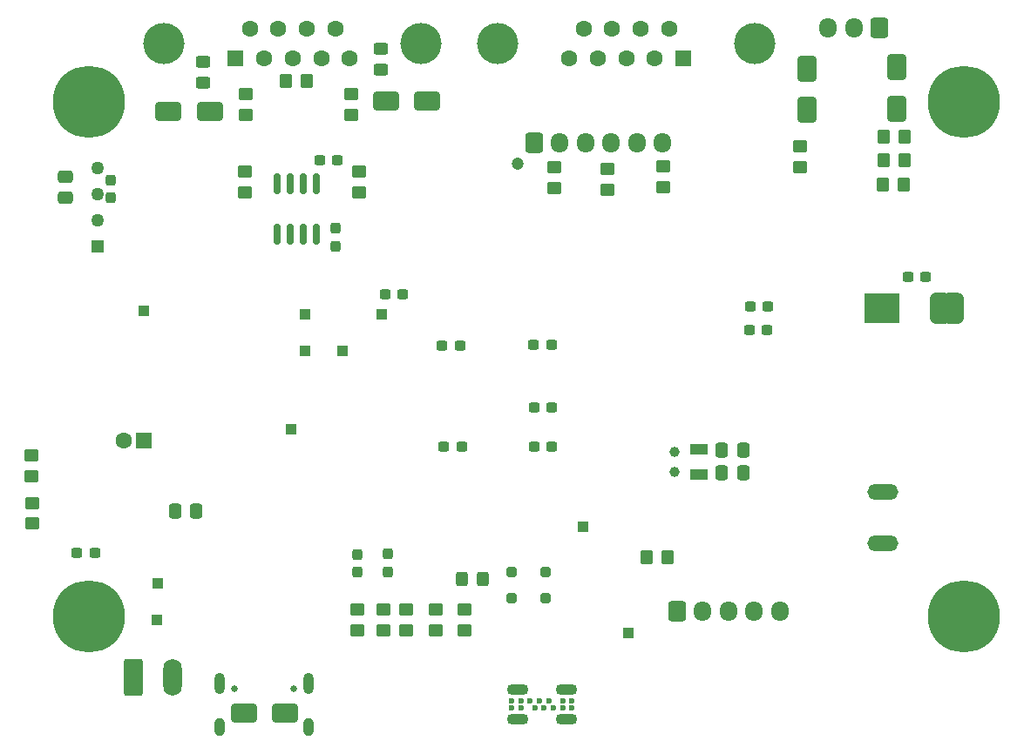
<source format=gbr>
%TF.GenerationSoftware,KiCad,Pcbnew,(7.0.0)*%
%TF.CreationDate,2025-01-08T17:10:47+03:30*%
%TF.ProjectId,logger,6c6f6767-6572-42e6-9b69-6361645f7063,rev?*%
%TF.SameCoordinates,Original*%
%TF.FileFunction,Soldermask,Bot*%
%TF.FilePolarity,Negative*%
%FSLAX46Y46*%
G04 Gerber Fmt 4.6, Leading zero omitted, Abs format (unit mm)*
G04 Created by KiCad (PCBNEW (7.0.0)) date 2025-01-08 17:10:47*
%MOMM*%
%LPD*%
G01*
G04 APERTURE LIST*
G04 Aperture macros list*
%AMRoundRect*
0 Rectangle with rounded corners*
0 $1 Rounding radius*
0 $2 $3 $4 $5 $6 $7 $8 $9 X,Y pos of 4 corners*
0 Add a 4 corners polygon primitive as box body*
4,1,4,$2,$3,$4,$5,$6,$7,$8,$9,$2,$3,0*
0 Add four circle primitives for the rounded corners*
1,1,$1+$1,$2,$3*
1,1,$1+$1,$4,$5*
1,1,$1+$1,$6,$7*
1,1,$1+$1,$8,$9*
0 Add four rect primitives between the rounded corners*
20,1,$1+$1,$2,$3,$4,$5,0*
20,1,$1+$1,$4,$5,$6,$7,0*
20,1,$1+$1,$6,$7,$8,$9,0*
20,1,$1+$1,$8,$9,$2,$3,0*%
G04 Aperture macros list end*
%ADD10R,2.000000X3.000000*%
%ADD11RoundRect,0.500000X-0.500000X-1.000000X0.500000X-1.000000X0.500000X1.000000X-0.500000X1.000000X0*%
%ADD12R,1.600000X1.600000*%
%ADD13C,1.600000*%
%ADD14R,1.000000X1.000000*%
%ADD15C,0.800000*%
%ADD16C,7.000000*%
%ADD17C,0.650000*%
%ADD18O,1.000000X2.100000*%
%ADD19O,1.000000X1.800000*%
%ADD20C,0.600000*%
%ADD21O,2.100000X1.100000*%
%ADD22R,1.270000X1.270000*%
%ADD23C,1.270000*%
%ADD24C,1.200000*%
%ADD25RoundRect,0.250000X-0.600000X-0.725000X0.600000X-0.725000X0.600000X0.725000X-0.600000X0.725000X0*%
%ADD26O,1.700000X1.950000*%
%ADD27C,1.000000*%
%ADD28C,4.000000*%
%ADD29RoundRect,0.250000X-0.650000X-1.550000X0.650000X-1.550000X0.650000X1.550000X-0.650000X1.550000X0*%
%ADD30O,1.800000X3.600000*%
%ADD31RoundRect,0.250000X0.600000X0.725000X-0.600000X0.725000X-0.600000X-0.725000X0.600000X-0.725000X0*%
%ADD32O,3.000000X1.524000*%
%ADD33RoundRect,0.250000X0.450000X-0.350000X0.450000X0.350000X-0.450000X0.350000X-0.450000X-0.350000X0*%
%ADD34RoundRect,0.250000X0.325000X0.450000X-0.325000X0.450000X-0.325000X-0.450000X0.325000X-0.450000X0*%
%ADD35RoundRect,0.237500X-0.300000X-0.237500X0.300000X-0.237500X0.300000X0.237500X-0.300000X0.237500X0*%
%ADD36RoundRect,0.237500X0.300000X0.237500X-0.300000X0.237500X-0.300000X-0.237500X0.300000X-0.237500X0*%
%ADD37RoundRect,0.250000X0.350000X0.450000X-0.350000X0.450000X-0.350000X-0.450000X0.350000X-0.450000X0*%
%ADD38RoundRect,0.250000X-0.337500X-0.475000X0.337500X-0.475000X0.337500X0.475000X-0.337500X0.475000X0*%
%ADD39RoundRect,0.250000X0.250000X-0.250000X0.250000X0.250000X-0.250000X0.250000X-0.250000X-0.250000X0*%
%ADD40RoundRect,0.237500X-0.237500X0.300000X-0.237500X-0.300000X0.237500X-0.300000X0.237500X0.300000X0*%
%ADD41RoundRect,0.250000X-1.000000X-0.650000X1.000000X-0.650000X1.000000X0.650000X-1.000000X0.650000X0*%
%ADD42RoundRect,0.250000X0.650000X-1.000000X0.650000X1.000000X-0.650000X1.000000X-0.650000X-1.000000X0*%
%ADD43RoundRect,0.250000X-0.450000X0.350000X-0.450000X-0.350000X0.450000X-0.350000X0.450000X0.350000X0*%
%ADD44RoundRect,0.250000X-0.475000X0.337500X-0.475000X-0.337500X0.475000X-0.337500X0.475000X0.337500X0*%
%ADD45RoundRect,0.150000X0.150000X-0.825000X0.150000X0.825000X-0.150000X0.825000X-0.150000X-0.825000X0*%
%ADD46RoundRect,0.250000X1.000000X0.650000X-1.000000X0.650000X-1.000000X-0.650000X1.000000X-0.650000X0*%
%ADD47R,1.800000X1.000000*%
%ADD48RoundRect,0.250000X0.450000X-0.325000X0.450000X0.325000X-0.450000X0.325000X-0.450000X-0.325000X0*%
%ADD49RoundRect,0.250000X0.337500X0.475000X-0.337500X0.475000X-0.337500X-0.475000X0.337500X-0.475000X0*%
G04 APERTURE END LIST*
D10*
%TO.C,C48*%
X259124999Y-76514999D03*
X260434999Y-76514999D03*
D11*
X265435000Y-76515000D03*
X266745000Y-76515000D03*
%TD*%
D12*
%TO.C,C41*%
X188099999Y-89324999D03*
D13*
X186100000Y-89325000D03*
%TD*%
D14*
%TO.C,TP2*%
X202374999Y-88274999D03*
%TD*%
D15*
%TO.C,H1*%
X265115000Y-56440000D03*
X265883845Y-54583845D03*
X265883845Y-58296155D03*
X267740000Y-53815000D03*
D16*
X267740000Y-56440000D03*
D15*
X267740000Y-59065000D03*
X269596155Y-54583845D03*
X269596155Y-58296155D03*
X270365000Y-56440000D03*
%TD*%
%TO.C,H2*%
X265115000Y-106440000D03*
X265883845Y-104583845D03*
X265883845Y-108296155D03*
X267740000Y-103815000D03*
D16*
X267740000Y-106440000D03*
D15*
X267740000Y-109065000D03*
X269596155Y-104583845D03*
X269596155Y-108296155D03*
X270365000Y-106440000D03*
%TD*%
D17*
%TO.C,J6*%
X196890000Y-113510000D03*
X202670000Y-113510000D03*
D18*
X195459999Y-112989999D03*
D19*
X195459999Y-117189999D03*
D18*
X204099999Y-112989999D03*
D19*
X204099999Y-117189999D03*
%TD*%
D15*
%TO.C,H4*%
X180115000Y-106440000D03*
X180883845Y-104583845D03*
X180883845Y-108296155D03*
X182740000Y-103815000D03*
D16*
X182740000Y-106440000D03*
D15*
X182740000Y-109065000D03*
X184596155Y-104583845D03*
X184596155Y-108296155D03*
X185365000Y-106440000D03*
%TD*%
D20*
%TO.C,J9*%
X223810000Y-114633814D03*
X224710000Y-114633814D03*
X225610000Y-114633814D03*
X226510000Y-114633814D03*
X227410000Y-114633814D03*
X228760000Y-114633814D03*
X229660000Y-114633814D03*
X229660000Y-115386186D03*
X228760000Y-115386186D03*
X227860000Y-115386186D03*
X226960000Y-115386186D03*
X226060000Y-115386186D03*
X224710000Y-115386186D03*
X223810000Y-115386186D03*
D21*
X229159999Y-116439999D03*
X229159999Y-113579999D03*
X224359999Y-116439999D03*
X224359999Y-113579999D03*
%TD*%
D22*
%TO.C,U9*%
X183604999Y-70504999D03*
D23*
X183605000Y-67965000D03*
X183605000Y-65425000D03*
X183605000Y-62885000D03*
%TD*%
D24*
%TO.C,J10*%
X224375000Y-62425000D03*
D25*
X225975000Y-60425000D03*
D26*
X228474999Y-60424999D03*
X230974999Y-60424999D03*
X233474999Y-60424999D03*
X235974999Y-60424999D03*
X238474999Y-60424999D03*
%TD*%
D27*
%TO.C,J7*%
X239620000Y-92375000D03*
X239620000Y-90475000D03*
%TD*%
D15*
%TO.C,H3*%
X180115000Y-56440000D03*
X180883845Y-54583845D03*
X180883845Y-58296155D03*
X182740000Y-53815000D03*
D16*
X182740000Y-56440000D03*
D15*
X182740000Y-59065000D03*
X184596155Y-54583845D03*
X184596155Y-58296155D03*
X185365000Y-56440000D03*
%TD*%
D14*
%TO.C,TP1*%
X188074999Y-76774999D03*
%TD*%
D28*
%TO.C,U7*%
X247460000Y-50760331D03*
X222460000Y-50760331D03*
D12*
X240499999Y-52180330D03*
D13*
X237730000Y-52180331D03*
X234960000Y-52180331D03*
X232190000Y-52180331D03*
X229420000Y-52180331D03*
X239115000Y-49340331D03*
X236345000Y-49340331D03*
X233575000Y-49340331D03*
X230805000Y-49340331D03*
%TD*%
D14*
%TO.C,TP4*%
X211174999Y-77074999D03*
%TD*%
%TO.C,TP7*%
X203774999Y-80674999D03*
%TD*%
%TO.C,TP5*%
X207374999Y-80674999D03*
%TD*%
%TO.C,TP6*%
X230734999Y-97704999D03*
%TD*%
D29*
%TO.C,J2*%
X187075000Y-112417500D03*
D30*
X190884999Y-112417499D03*
%TD*%
D14*
%TO.C,TP8*%
X235174999Y-108074999D03*
%TD*%
D31*
%TO.C,J11*%
X259575000Y-49200000D03*
D26*
X257074999Y-49199999D03*
X254574999Y-49199999D03*
%TD*%
D25*
%TO.C,J12*%
X239855000Y-105945000D03*
D26*
X242354999Y-105944999D03*
X244854999Y-105944999D03*
X247354999Y-105944999D03*
X249854999Y-105944999D03*
%TD*%
D28*
%TO.C,J8*%
X215040000Y-50760331D03*
X190040000Y-50760331D03*
D12*
X196999999Y-52180330D03*
D13*
X199770000Y-52180331D03*
X202540000Y-52180331D03*
X205310000Y-52180331D03*
X208080000Y-52180331D03*
X198385000Y-49340331D03*
X201155000Y-49340331D03*
X203925000Y-49340331D03*
X206695000Y-49340331D03*
%TD*%
D14*
%TO.C,TP3*%
X203774999Y-77074999D03*
%TD*%
%TO.C,TP10*%
X189374999Y-106774999D03*
%TD*%
%TO.C,TP9*%
X189444999Y-103204999D03*
%TD*%
D32*
%TO.C,C16*%
X259854999Y-94324999D03*
X259854999Y-99324999D03*
%TD*%
D33*
%TO.C,R19*%
X251850000Y-62750000D03*
X251850000Y-60750000D03*
%TD*%
D34*
%TO.C,C30*%
X221025000Y-102825000D03*
X218975000Y-102825000D03*
%TD*%
D35*
%TO.C,C2*%
X217062500Y-80125000D03*
X218787500Y-80125000D03*
%TD*%
D36*
%TO.C,C47*%
X206897500Y-62095000D03*
X205172500Y-62095000D03*
%TD*%
D33*
%TO.C,R45*%
X211325000Y-107775000D03*
X211325000Y-105775000D03*
%TD*%
D37*
%TO.C,R24*%
X261975000Y-62095000D03*
X259975000Y-62095000D03*
%TD*%
D33*
%TO.C,R39*%
X208850000Y-107775000D03*
X208850000Y-105775000D03*
%TD*%
D36*
%TO.C,C35*%
X213212500Y-75125000D03*
X211487500Y-75125000D03*
%TD*%
D38*
%TO.C,C19*%
X244232500Y-92450000D03*
X246307500Y-92450000D03*
%TD*%
D36*
%TO.C,C4*%
X227662500Y-80075000D03*
X225937500Y-80075000D03*
%TD*%
%TO.C,C3*%
X227737500Y-89950000D03*
X226012500Y-89950000D03*
%TD*%
D33*
%TO.C,R10*%
X197975000Y-57700000D03*
X197975000Y-55700000D03*
%TD*%
D39*
%TO.C,D16*%
X223835000Y-104665000D03*
X223835000Y-102165000D03*
%TD*%
D40*
%TO.C,C46*%
X206725000Y-68712500D03*
X206725000Y-70437500D03*
%TD*%
D41*
%TO.C,D6*%
X190475000Y-57325000D03*
X194475000Y-57325000D03*
%TD*%
D33*
%TO.C,R36*%
X227925000Y-64775000D03*
X227925000Y-62775000D03*
%TD*%
%TO.C,R41*%
X216406250Y-107775000D03*
X216406250Y-105775000D03*
%TD*%
D37*
%TO.C,R4*%
X238935000Y-100665000D03*
X236935000Y-100665000D03*
%TD*%
D33*
%TO.C,R15*%
X197895000Y-65235000D03*
X197895000Y-63235000D03*
%TD*%
D42*
%TO.C,D10*%
X261200000Y-57075000D03*
X261200000Y-53075000D03*
%TD*%
D43*
%TO.C,R46*%
X233125000Y-62975000D03*
X233125000Y-64975000D03*
%TD*%
D44*
%TO.C,C40*%
X180425000Y-63662500D03*
X180425000Y-65737500D03*
%TD*%
D33*
%TO.C,R42*%
X213562500Y-107775000D03*
X213562500Y-105775000D03*
%TD*%
D36*
%TO.C,C1*%
X227737500Y-86100000D03*
X226012500Y-86100000D03*
%TD*%
D35*
%TO.C,C7*%
X246980000Y-76335000D03*
X248705000Y-76335000D03*
%TD*%
D37*
%TO.C,R23*%
X261950000Y-59850000D03*
X259950000Y-59850000D03*
%TD*%
D45*
%TO.C,U13*%
X204880000Y-69320000D03*
X203610000Y-69320000D03*
X202340000Y-69320000D03*
X201070000Y-69320000D03*
X201070000Y-64370000D03*
X202340000Y-64370000D03*
X203610000Y-64370000D03*
X204880000Y-64370000D03*
%TD*%
D46*
%TO.C,D9*%
X215575000Y-56300000D03*
X211575000Y-56300000D03*
%TD*%
D38*
%TO.C,C18*%
X244232500Y-90275000D03*
X246307500Y-90275000D03*
%TD*%
D43*
%TO.C,R6*%
X177175000Y-90825000D03*
X177175000Y-92825000D03*
%TD*%
%TO.C,R14*%
X208225000Y-55675000D03*
X208225000Y-57675000D03*
%TD*%
D47*
%TO.C,U4*%
X241969999Y-92699999D03*
X241969999Y-90199999D03*
%TD*%
D48*
%TO.C,R11*%
X193800000Y-54575000D03*
X193800000Y-52525000D03*
%TD*%
D35*
%TO.C,C8*%
X246917500Y-78610000D03*
X248642500Y-78610000D03*
%TD*%
%TO.C,C27*%
X181592500Y-100295000D03*
X183317500Y-100295000D03*
%TD*%
D33*
%TO.C,R16*%
X209025000Y-65235000D03*
X209025000Y-63235000D03*
%TD*%
D40*
%TO.C,C37*%
X211775000Y-100387500D03*
X211775000Y-102112500D03*
%TD*%
D33*
%TO.C,R40*%
X219250000Y-107775000D03*
X219250000Y-105775000D03*
%TD*%
D37*
%TO.C,R12*%
X203900000Y-54375000D03*
X201900000Y-54375000D03*
%TD*%
%TO.C,R25*%
X261895000Y-64485000D03*
X259895000Y-64485000D03*
%TD*%
D40*
%TO.C,C32*%
X184850000Y-64012500D03*
X184850000Y-65737500D03*
%TD*%
D43*
%TO.C,R35*%
X238500000Y-62700000D03*
X238500000Y-64700000D03*
%TD*%
D42*
%TO.C,D11*%
X252525000Y-57200000D03*
X252525000Y-53200000D03*
%TD*%
D35*
%TO.C,C50*%
X264037500Y-73435000D03*
X262312500Y-73435000D03*
%TD*%
D48*
%TO.C,R13*%
X211075000Y-53275000D03*
X211075000Y-51225000D03*
%TD*%
D46*
%TO.C,D18*%
X201825000Y-115875000D03*
X197825000Y-115875000D03*
%TD*%
D49*
%TO.C,C25*%
X193182500Y-96205000D03*
X191107500Y-96205000D03*
%TD*%
D39*
%TO.C,D5*%
X227125000Y-104645000D03*
X227125000Y-102145000D03*
%TD*%
D43*
%TO.C,R8*%
X177250000Y-95425000D03*
X177250000Y-97425000D03*
%TD*%
D35*
%TO.C,C5*%
X217237500Y-89925000D03*
X218962500Y-89925000D03*
%TD*%
D40*
%TO.C,C31*%
X208850000Y-100412500D03*
X208850000Y-102137500D03*
%TD*%
M02*

</source>
